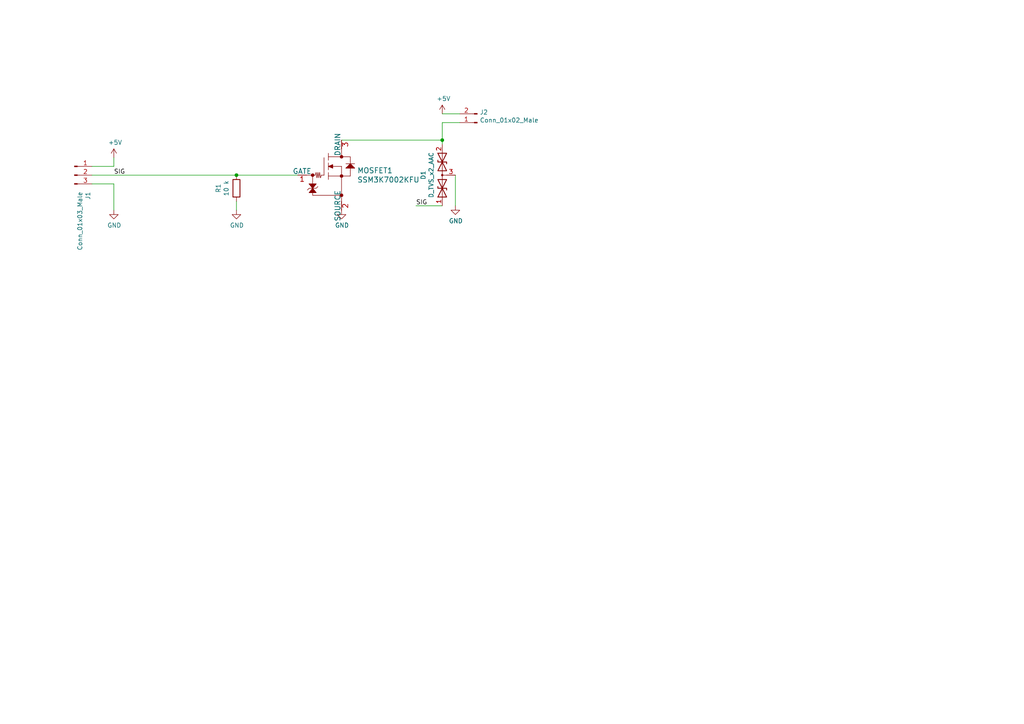
<source format=kicad_sch>
(kicad_sch (version 20210621) (generator eeschema)

  (uuid 244a6027-1ebc-40aa-bd19-88b0c151cda7)

  (paper "A4")

  (lib_symbols
    (symbol "2021-12-24_05-54-00:SSM3K7002KFU" (pin_names (offset 0)) (in_bom yes) (on_board yes)
      (property "Reference" "MOSFET" (id 0) (at 0 0 0)
        (effects (font (size 1.524 1.524)))
      )
      (property "Value" "2021-12-24_05-54-00_SSM3K7002KFU" (id 1) (at 0 0 0)
        (effects (font (size 1.524 1.524)))
      )
      (property "Footprint" "USM_TOS" (id 2) (at 0 0 0)
        (effects (font (size 1.524 1.524)) hide)
      )
      (property "Datasheet" "" (id 3) (at 0 0 0)
        (effects (font (size 1.524 1.524)))
      )
      (property "ki_locked" "" (id 4) (at 0 0 0)
        (effects (font (size 1.27 1.27)))
      )
      (property "ki_fp_filters" "USM_TOS USM_TOS-M USM_TOS-L" (id 5) (at 0 0 0)
        (effects (font (size 1.27 1.27)) hide)
      )
      (symbol "SSM3K7002KFU_1_1"
        (polyline
          (pts
            (xy 0 -7.62)
            (xy 2.54 -7.62)
          )
          (stroke (width 0.1524) (type default) (color 0 0 0 0))
          (fill (type none))
        )
        (polyline
          (pts
            (xy 0.762 -12.7)
            (xy 2.794 -12.7)
          )
          (stroke (width 0.1524) (type default) (color 0 0 0 0))
          (fill (type none))
        )
        (polyline
          (pts
            (xy 0.762 -11.43)
            (xy 0.254 -11.938)
          )
          (stroke (width 0.1524) (type default) (color 0 0 0 0))
          (fill (type none))
        )
        (polyline
          (pts
            (xy 0.762 -11.43)
            (xy 2.794 -11.43)
          )
          (stroke (width 0.1524) (type default) (color 0 0 0 0))
          (fill (type none))
        )
        (polyline
          (pts
            (xy 0.762 -10.16)
            (xy 1.778 -11.43)
          )
          (stroke (width 0.1524) (type default) (color 0 0 0 0))
          (fill (type none))
        )
        (polyline
          (pts
            (xy 1.778 -13.462)
            (xy 10.16 -13.462)
          )
          (stroke (width 0.1524) (type default) (color 0 0 0 0))
          (fill (type none))
        )
        (polyline
          (pts
            (xy 1.778 -12.7)
            (xy 1.778 -13.462)
          )
          (stroke (width 0.1524) (type default) (color 0 0 0 0))
          (fill (type none))
        )
        (polyline
          (pts
            (xy 1.778 -11.43)
            (xy 0.762 -12.7)
          )
          (stroke (width 0.1524) (type default) (color 0 0 0 0))
          (fill (type none))
        )
        (polyline
          (pts
            (xy 1.778 -11.43)
            (xy 2.794 -10.16)
          )
          (stroke (width 0.1524) (type default) (color 0 0 0 0))
          (fill (type none))
        )
        (polyline
          (pts
            (xy 1.778 -7.62)
            (xy 1.778 -10.16)
          )
          (stroke (width 0.1524) (type default) (color 0 0 0 0))
          (fill (type none))
        )
        (polyline
          (pts
            (xy 2.794 -12.7)
            (xy 1.778 -11.43)
          )
          (stroke (width 0.1524) (type default) (color 0 0 0 0))
          (fill (type none))
        )
        (polyline
          (pts
            (xy 2.794 -11.43)
            (xy 3.302 -10.922)
          )
          (stroke (width 0.1524) (type default) (color 0 0 0 0))
          (fill (type none))
        )
        (polyline
          (pts
            (xy 2.794 -10.16)
            (xy 0.762 -10.16)
          )
          (stroke (width 0.1524) (type default) (color 0 0 0 0))
          (fill (type none))
        )
        (polyline
          (pts
            (xy 2.794 -6.858)
            (xy 2.54 -7.62)
          )
          (stroke (width 0.1524) (type default) (color 0 0 0 0))
          (fill (type none))
        )
        (polyline
          (pts
            (xy 3.048 -8.382)
            (xy 2.794 -6.858)
          )
          (stroke (width 0.1524) (type default) (color 0 0 0 0))
          (fill (type none))
        )
        (polyline
          (pts
            (xy 3.302 -6.858)
            (xy 3.048 -8.382)
          )
          (stroke (width 0.1524) (type default) (color 0 0 0 0))
          (fill (type none))
        )
        (polyline
          (pts
            (xy 3.556 -8.382)
            (xy 3.302 -6.858)
          )
          (stroke (width 0.1524) (type default) (color 0 0 0 0))
          (fill (type none))
        )
        (polyline
          (pts
            (xy 3.81 -6.858)
            (xy 3.556 -8.382)
          )
          (stroke (width 0.1524) (type default) (color 0 0 0 0))
          (fill (type none))
        )
        (polyline
          (pts
            (xy 4.064 -8.382)
            (xy 3.81 -6.858)
          )
          (stroke (width 0.1524) (type default) (color 0 0 0 0))
          (fill (type none))
        )
        (polyline
          (pts
            (xy 4.318 -7.62)
            (xy 4.064 -8.382)
          )
          (stroke (width 0.1524) (type default) (color 0 0 0 0))
          (fill (type none))
        )
        (polyline
          (pts
            (xy 5.08 -7.62)
            (xy 4.318 -7.62)
          )
          (stroke (width 0.1524) (type default) (color 0 0 0 0))
          (fill (type none))
        )
        (polyline
          (pts
            (xy 5.08 -7.62)
            (xy 5.08 -2.54)
          )
          (stroke (width 0.1524) (type default) (color 0 0 0 0))
          (fill (type none))
        )
        (polyline
          (pts
            (xy 6.35 -8.89)
            (xy 6.35 -6.858)
          )
          (stroke (width 0.1524) (type default) (color 0 0 0 0))
          (fill (type none))
        )
        (polyline
          (pts
            (xy 6.35 -7.874)
            (xy 12.7 -7.874)
          )
          (stroke (width 0.1524) (type default) (color 0 0 0 0))
          (fill (type none))
        )
        (polyline
          (pts
            (xy 6.35 -6.096)
            (xy 6.35 -4.064)
          )
          (stroke (width 0.1524) (type default) (color 0 0 0 0))
          (fill (type none))
        )
        (polyline
          (pts
            (xy 6.35 -5.08)
            (xy 7.62 -4.572)
          )
          (stroke (width 0.1524) (type default) (color 0 0 0 0))
          (fill (type none))
        )
        (polyline
          (pts
            (xy 6.35 -3.302)
            (xy 6.35 -1.27)
          )
          (stroke (width 0.1524) (type default) (color 0 0 0 0))
          (fill (type none))
        )
        (polyline
          (pts
            (xy 7.62 -5.588)
            (xy 6.35 -5.08)
          )
          (stroke (width 0.1524) (type default) (color 0 0 0 0))
          (fill (type none))
        )
        (polyline
          (pts
            (xy 7.62 -5.08)
            (xy 10.16 -5.08)
          )
          (stroke (width 0.1524) (type default) (color 0 0 0 0))
          (fill (type none))
        )
        (polyline
          (pts
            (xy 7.62 -4.572)
            (xy 7.62 -5.588)
          )
          (stroke (width 0.1524) (type default) (color 0 0 0 0))
          (fill (type none))
        )
        (polyline
          (pts
            (xy 10.16 -5.08)
            (xy 10.16 -15.24)
          )
          (stroke (width 0.1524) (type default) (color 0 0 0 0))
          (fill (type none))
        )
        (polyline
          (pts
            (xy 10.16 0)
            (xy 10.16 -2.286)
          )
          (stroke (width 0.1524) (type default) (color 0 0 0 0))
          (fill (type none))
        )
        (polyline
          (pts
            (xy 11.43 -5.588)
            (xy 13.97 -5.588)
          )
          (stroke (width 0.1524) (type default) (color 0 0 0 0))
          (fill (type none))
        )
        (polyline
          (pts
            (xy 11.43 -4.318)
            (xy 13.97 -4.318)
          )
          (stroke (width 0.1524) (type default) (color 0 0 0 0))
          (fill (type none))
        )
        (polyline
          (pts
            (xy 12.7 -7.874)
            (xy 12.7 -5.588)
          )
          (stroke (width 0.1524) (type default) (color 0 0 0 0))
          (fill (type none))
        )
        (polyline
          (pts
            (xy 12.7 -4.318)
            (xy 11.43 -5.588)
          )
          (stroke (width 0.1524) (type default) (color 0 0 0 0))
          (fill (type none))
        )
        (polyline
          (pts
            (xy 12.7 -4.318)
            (xy 12.7 -2.286)
          )
          (stroke (width 0.1524) (type default) (color 0 0 0 0))
          (fill (type none))
        )
        (polyline
          (pts
            (xy 12.7 -2.286)
            (xy 6.35 -2.286)
          )
          (stroke (width 0.1524) (type default) (color 0 0 0 0))
          (fill (type none))
        )
        (polyline
          (pts
            (xy 13.97 -5.588)
            (xy 12.7 -4.318)
          )
          (stroke (width 0.1524) (type default) (color 0 0 0 0))
          (fill (type none))
        )
        (polyline
          (pts
            (xy 7.62 -4.572)
            (xy 6.35 -5.08)
            (xy 7.62 -5.588)
            (xy 7.62 -4.572)
          )
          (stroke (width 0) (type default) (color 0 0 0 0))
          (fill (type outline))
        )
        (polyline
          (pts
            (xy 12.7 -4.318)
            (xy 11.43 -5.588)
            (xy 13.97 -5.588)
            (xy 12.7 -4.318)
          )
          (stroke (width 0) (type default) (color 0 0 0 0))
          (fill (type outline))
        )
        (polyline
          (pts
            (xy 0.762 -10.16)
            (xy 1.778 -11.43)
            (xy 0.762 -12.7)
            (xy 2.794 -12.7)
            (xy 1.778 -11.43)
            (xy 2.794 -10.16)
            (xy 0.762 -10.16)
          )
          (stroke (width 0) (type default) (color 0 0 0 0))
          (fill (type outline))
        )
        (circle (center 1.778 -7.62) (radius 0.254) (stroke (width 0.508))           (stroke (width 0.508) (type default) (color 0 0 0 0))
          (fill (type none))
        )
        (circle (center 10.16 -13.462) (radius 0.254) (stroke (width 0.508))           (stroke (width 0.508) (type default) (color 0 0 0 0))
          (fill (type none))
        )
        (circle (center 10.16 -7.874) (radius 0.254) (stroke (width 0.508))           (stroke (width 0.508) (type default) (color 0 0 0 0))
          (fill (type none))
        )
        (circle (center 10.16 -2.286) (radius 0.254) (stroke (width 0.508))           (stroke (width 0.508) (type default) (color 0 0 0 0))
          (fill (type none))
        )
        (pin unspecified line (at -2.54 -7.62 0) (length 2.54)
          (name "GATE" (effects (font (size 1.4986 1.4986))))
          (number "1" (effects (font (size 1.4986 1.4986))))
        )
        (pin unspecified line (at 10.16 -17.78 90) (length 2.54)
          (name "SOURCE" (effects (font (size 1.4986 1.4986))))
          (number "2" (effects (font (size 1.4986 1.4986))))
        )
        (pin unspecified line (at 10.16 2.54 270) (length 2.54)
          (name "DRAIN" (effects (font (size 1.4986 1.4986))))
          (number "3" (effects (font (size 1.4986 1.4986))))
        )
      )
    )
    (symbol "Connector:Conn_01x02_Male" (pin_names (offset 1.016) hide) (in_bom yes) (on_board yes)
      (property "Reference" "J" (id 0) (at 0 2.54 0)
        (effects (font (size 1.27 1.27)))
      )
      (property "Value" "Conn_01x02_Male" (id 1) (at 0 -5.08 0)
        (effects (font (size 1.27 1.27)))
      )
      (property "Footprint" "" (id 2) (at 0 0 0)
        (effects (font (size 1.27 1.27)) hide)
      )
      (property "Datasheet" "~" (id 3) (at 0 0 0)
        (effects (font (size 1.27 1.27)) hide)
      )
      (property "ki_keywords" "connector" (id 4) (at 0 0 0)
        (effects (font (size 1.27 1.27)) hide)
      )
      (property "ki_description" "Generic connector, single row, 01x02, script generated (kicad-library-utils/schlib/autogen/connector/)" (id 5) (at 0 0 0)
        (effects (font (size 1.27 1.27)) hide)
      )
      (property "ki_fp_filters" "Connector*:*_1x??_*" (id 6) (at 0 0 0)
        (effects (font (size 1.27 1.27)) hide)
      )
      (symbol "Conn_01x02_Male_1_1"
        (polyline
          (pts
            (xy 1.27 -2.54)
            (xy 0.8636 -2.54)
          )
          (stroke (width 0.1524) (type default) (color 0 0 0 0))
          (fill (type none))
        )
        (polyline
          (pts
            (xy 1.27 0)
            (xy 0.8636 0)
          )
          (stroke (width 0.1524) (type default) (color 0 0 0 0))
          (fill (type none))
        )
        (rectangle (start 0.8636 -2.413) (end 0 -2.667)
          (stroke (width 0.1524) (type default) (color 0 0 0 0))
          (fill (type outline))
        )
        (rectangle (start 0.8636 0.127) (end 0 -0.127)
          (stroke (width 0.1524) (type default) (color 0 0 0 0))
          (fill (type outline))
        )
        (pin passive line (at 5.08 0 180) (length 3.81)
          (name "Pin_1" (effects (font (size 1.27 1.27))))
          (number "1" (effects (font (size 1.27 1.27))))
        )
        (pin passive line (at 5.08 -2.54 180) (length 3.81)
          (name "Pin_2" (effects (font (size 1.27 1.27))))
          (number "2" (effects (font (size 1.27 1.27))))
        )
      )
    )
    (symbol "Connector:Conn_01x03_Male" (pin_names (offset 1.016) hide) (in_bom yes) (on_board yes)
      (property "Reference" "J" (id 0) (at 0 5.08 0)
        (effects (font (size 1.27 1.27)))
      )
      (property "Value" "Conn_01x03_Male" (id 1) (at 0 -5.08 0)
        (effects (font (size 1.27 1.27)))
      )
      (property "Footprint" "" (id 2) (at 0 0 0)
        (effects (font (size 1.27 1.27)) hide)
      )
      (property "Datasheet" "~" (id 3) (at 0 0 0)
        (effects (font (size 1.27 1.27)) hide)
      )
      (property "ki_keywords" "connector" (id 4) (at 0 0 0)
        (effects (font (size 1.27 1.27)) hide)
      )
      (property "ki_description" "Generic connector, single row, 01x03, script generated (kicad-library-utils/schlib/autogen/connector/)" (id 5) (at 0 0 0)
        (effects (font (size 1.27 1.27)) hide)
      )
      (property "ki_fp_filters" "Connector*:*_1x??_*" (id 6) (at 0 0 0)
        (effects (font (size 1.27 1.27)) hide)
      )
      (symbol "Conn_01x03_Male_1_1"
        (polyline
          (pts
            (xy 1.27 -2.54)
            (xy 0.8636 -2.54)
          )
          (stroke (width 0.1524) (type default) (color 0 0 0 0))
          (fill (type none))
        )
        (polyline
          (pts
            (xy 1.27 0)
            (xy 0.8636 0)
          )
          (stroke (width 0.1524) (type default) (color 0 0 0 0))
          (fill (type none))
        )
        (polyline
          (pts
            (xy 1.27 2.54)
            (xy 0.8636 2.54)
          )
          (stroke (width 0.1524) (type default) (color 0 0 0 0))
          (fill (type none))
        )
        (rectangle (start 0.8636 -2.413) (end 0 -2.667)
          (stroke (width 0.1524) (type default) (color 0 0 0 0))
          (fill (type outline))
        )
        (rectangle (start 0.8636 0.127) (end 0 -0.127)
          (stroke (width 0.1524) (type default) (color 0 0 0 0))
          (fill (type outline))
        )
        (rectangle (start 0.8636 2.667) (end 0 2.413)
          (stroke (width 0.1524) (type default) (color 0 0 0 0))
          (fill (type outline))
        )
        (pin passive line (at 5.08 2.54 180) (length 3.81)
          (name "Pin_1" (effects (font (size 1.27 1.27))))
          (number "1" (effects (font (size 1.27 1.27))))
        )
        (pin passive line (at 5.08 0 180) (length 3.81)
          (name "Pin_2" (effects (font (size 1.27 1.27))))
          (number "2" (effects (font (size 1.27 1.27))))
        )
        (pin passive line (at 5.08 -2.54 180) (length 3.81)
          (name "Pin_3" (effects (font (size 1.27 1.27))))
          (number "3" (effects (font (size 1.27 1.27))))
        )
      )
    )
    (symbol "Device:D_TVS_x2_AAC" (pin_names (offset 1.016) hide) (in_bom yes) (on_board yes)
      (property "Reference" "D" (id 0) (at 0 4.445 0)
        (effects (font (size 1.27 1.27)))
      )
      (property "Value" "Device_D_TVS_x2_AAC" (id 1) (at 0 2.54 0)
        (effects (font (size 1.27 1.27)))
      )
      (property "Footprint" "" (id 2) (at -3.81 0 0)
        (effects (font (size 1.27 1.27)) hide)
      )
      (property "Datasheet" "" (id 3) (at -3.81 0 0)
        (effects (font (size 1.27 1.27)) hide)
      )
      (symbol "D_TVS_x2_AAC_0_0"
        (polyline
          (pts
            (xy 0 -1.27)
            (xy 0 0)
          )
          (stroke (width 0) (type default) (color 0 0 0 0))
          (fill (type none))
        )
      )
      (symbol "D_TVS_x2_AAC_0_1"
        (polyline
          (pts
            (xy -6.35 0)
            (xy 6.35 0)
          )
          (stroke (width 0) (type default) (color 0 0 0 0))
          (fill (type none))
        )
        (polyline
          (pts
            (xy -3.302 1.27)
            (xy -3.81 1.27)
            (xy -3.81 -1.27)
            (xy -4.318 -1.27)
          )
          (stroke (width 0.254) (type default) (color 0 0 0 0))
          (fill (type none))
        )
        (polyline
          (pts
            (xy 4.318 1.27)
            (xy 3.81 1.27)
            (xy 3.81 -1.27)
            (xy 3.302 -1.27)
          )
          (stroke (width 0.254) (type default) (color 0 0 0 0))
          (fill (type none))
        )
        (polyline
          (pts
            (xy -6.35 1.27)
            (xy -1.27 -1.27)
            (xy -1.27 1.27)
            (xy -6.35 -1.27)
            (xy -6.35 1.27)
          )
          (stroke (width 0.254) (type default) (color 0 0 0 0))
          (fill (type none))
        )
        (polyline
          (pts
            (xy 6.35 1.27)
            (xy 1.27 -1.27)
            (xy 1.27 1.27)
            (xy 6.35 -1.27)
            (xy 6.35 1.27)
          )
          (stroke (width 0.254) (type default) (color 0 0 0 0))
          (fill (type none))
        )
        (circle (center 0 0) (radius 0.254) (stroke (width 0))           (stroke (width 0) (type default) (color 0 0 0 0))
          (fill (type outline))
        )
      )
      (symbol "D_TVS_x2_AAC_1_1"
        (pin passive line (at -8.89 0 0) (length 2.54)
          (name "A1" (effects (font (size 1.27 1.27))))
          (number "1" (effects (font (size 1.27 1.27))))
        )
        (pin passive line (at 8.89 0 180) (length 2.54)
          (name "A2" (effects (font (size 1.27 1.27))))
          (number "2" (effects (font (size 1.27 1.27))))
        )
        (pin input line (at 0 -3.81 90) (length 2.54)
          (name "common" (effects (font (size 1.27 1.27))))
          (number "3" (effects (font (size 1.27 1.27))))
        )
      )
    )
    (symbol "Device:R" (pin_numbers hide) (pin_names (offset 0)) (in_bom yes) (on_board yes)
      (property "Reference" "R" (id 0) (at 2.032 0 90)
        (effects (font (size 1.27 1.27)))
      )
      (property "Value" "R" (id 1) (at 0 0 90)
        (effects (font (size 1.27 1.27)))
      )
      (property "Footprint" "" (id 2) (at -1.778 0 90)
        (effects (font (size 1.27 1.27)) hide)
      )
      (property "Datasheet" "~" (id 3) (at 0 0 0)
        (effects (font (size 1.27 1.27)) hide)
      )
      (property "ki_keywords" "R res resistor" (id 4) (at 0 0 0)
        (effects (font (size 1.27 1.27)) hide)
      )
      (property "ki_description" "Resistor" (id 5) (at 0 0 0)
        (effects (font (size 1.27 1.27)) hide)
      )
      (property "ki_fp_filters" "R_*" (id 6) (at 0 0 0)
        (effects (font (size 1.27 1.27)) hide)
      )
      (symbol "R_0_1"
        (rectangle (start -1.016 -2.54) (end 1.016 2.54)
          (stroke (width 0.254) (type default) (color 0 0 0 0))
          (fill (type none))
        )
      )
      (symbol "R_1_1"
        (pin passive line (at 0 3.81 270) (length 1.27)
          (name "~" (effects (font (size 1.27 1.27))))
          (number "1" (effects (font (size 1.27 1.27))))
        )
        (pin passive line (at 0 -3.81 90) (length 1.27)
          (name "~" (effects (font (size 1.27 1.27))))
          (number "2" (effects (font (size 1.27 1.27))))
        )
      )
    )
    (symbol "power:+5V" (power) (pin_names (offset 0)) (in_bom yes) (on_board yes)
      (property "Reference" "#PWR" (id 0) (at 0 -3.81 0)
        (effects (font (size 1.27 1.27)) hide)
      )
      (property "Value" "+5V" (id 1) (at 0 3.556 0)
        (effects (font (size 1.27 1.27)))
      )
      (property "Footprint" "" (id 2) (at 0 0 0)
        (effects (font (size 1.27 1.27)) hide)
      )
      (property "Datasheet" "" (id 3) (at 0 0 0)
        (effects (font (size 1.27 1.27)) hide)
      )
      (property "ki_keywords" "power-flag" (id 4) (at 0 0 0)
        (effects (font (size 1.27 1.27)) hide)
      )
      (property "ki_description" "Power symbol creates a global label with name \"+5V\"" (id 5) (at 0 0 0)
        (effects (font (size 1.27 1.27)) hide)
      )
      (symbol "+5V_0_1"
        (polyline
          (pts
            (xy -0.762 1.27)
            (xy 0 2.54)
          )
          (stroke (width 0) (type default) (color 0 0 0 0))
          (fill (type none))
        )
        (polyline
          (pts
            (xy 0 0)
            (xy 0 2.54)
          )
          (stroke (width 0) (type default) (color 0 0 0 0))
          (fill (type none))
        )
        (polyline
          (pts
            (xy 0 2.54)
            (xy 0.762 1.27)
          )
          (stroke (width 0) (type default) (color 0 0 0 0))
          (fill (type none))
        )
      )
      (symbol "+5V_1_1"
        (pin power_in line (at 0 0 90) (length 0) hide
          (name "+5V" (effects (font (size 1.27 1.27))))
          (number "1" (effects (font (size 1.27 1.27))))
        )
      )
    )
    (symbol "power:GND" (power) (pin_names (offset 0)) (in_bom yes) (on_board yes)
      (property "Reference" "#PWR" (id 0) (at 0 -6.35 0)
        (effects (font (size 1.27 1.27)) hide)
      )
      (property "Value" "GND" (id 1) (at 0 -3.81 0)
        (effects (font (size 1.27 1.27)))
      )
      (property "Footprint" "" (id 2) (at 0 0 0)
        (effects (font (size 1.27 1.27)) hide)
      )
      (property "Datasheet" "" (id 3) (at 0 0 0)
        (effects (font (size 1.27 1.27)) hide)
      )
      (property "ki_keywords" "power-flag" (id 4) (at 0 0 0)
        (effects (font (size 1.27 1.27)) hide)
      )
      (property "ki_description" "Power symbol creates a global label with name \"GND\" , ground" (id 5) (at 0 0 0)
        (effects (font (size 1.27 1.27)) hide)
      )
      (symbol "GND_0_1"
        (polyline
          (pts
            (xy 0 0)
            (xy 0 -1.27)
            (xy 1.27 -1.27)
            (xy 0 -2.54)
            (xy -1.27 -1.27)
            (xy 0 -1.27)
          )
          (stroke (width 0) (type default) (color 0 0 0 0))
          (fill (type none))
        )
      )
      (symbol "GND_1_1"
        (pin power_in line (at 0 0 270) (length 0) hide
          (name "GND" (effects (font (size 1.27 1.27))))
          (number "1" (effects (font (size 1.27 1.27))))
        )
      )
    )
  )

  (junction (at 68.58 50.8) (diameter 0) (color 0 0 0 0))
  (junction (at 128.27 40.64) (diameter 0) (color 0 0 0 0))

  (wire (pts (xy 26.67 48.26) (xy 33.02 48.26))
    (stroke (width 0) (type default) (color 0 0 0 0))
    (uuid a8e0a047-d547-4319-b7aa-a29bdf8b1a9e)
  )
  (wire (pts (xy 26.67 50.8) (xy 68.58 50.8))
    (stroke (width 0) (type default) (color 0 0 0 0))
    (uuid b0a71a8f-9a66-42b9-ab65-39fa99aee8b8)
  )
  (wire (pts (xy 26.67 53.34) (xy 33.02 53.34))
    (stroke (width 0) (type default) (color 0 0 0 0))
    (uuid 83e7d61f-2169-4c9c-9a49-4a699e625062)
  )
  (wire (pts (xy 33.02 48.26) (xy 33.02 45.72))
    (stroke (width 0) (type default) (color 0 0 0 0))
    (uuid 02c84192-4ab0-453c-b868-2698068a7aab)
  )
  (wire (pts (xy 33.02 53.34) (xy 33.02 60.96))
    (stroke (width 0) (type default) (color 0 0 0 0))
    (uuid 41114d9a-42e5-4774-9a55-fde773522db2)
  )
  (wire (pts (xy 68.58 50.8) (xy 86.36 50.8))
    (stroke (width 0) (type default) (color 0 0 0 0))
    (uuid 539340aa-e16b-4e97-879a-8f687fd1a19b)
  )
  (wire (pts (xy 68.58 58.42) (xy 68.58 60.96))
    (stroke (width 0) (type default) (color 0 0 0 0))
    (uuid ce93b315-2b9d-4167-84ed-ca0d7e9862ca)
  )
  (wire (pts (xy 99.06 40.64) (xy 128.27 40.64))
    (stroke (width 0) (type default) (color 0 0 0 0))
    (uuid 747f7163-f00e-4067-a286-5b38653f9a27)
  )
  (wire (pts (xy 128.27 33.02) (xy 133.35 33.02))
    (stroke (width 0) (type default) (color 0 0 0 0))
    (uuid 8bc04251-1d2a-45e1-a418-5e054e841909)
  )
  (wire (pts (xy 128.27 35.56) (xy 128.27 40.64))
    (stroke (width 0) (type default) (color 0 0 0 0))
    (uuid b8e9aefc-a778-483f-b773-3234cba130ac)
  )
  (wire (pts (xy 128.27 35.56) (xy 133.35 35.56))
    (stroke (width 0) (type default) (color 0 0 0 0))
    (uuid 71d92e17-333b-44de-a208-37a486658a7d)
  )
  (wire (pts (xy 128.27 40.64) (xy 128.27 41.91))
    (stroke (width 0) (type default) (color 0 0 0 0))
    (uuid ae2a3b96-a838-42bd-9c58-b926b5f91d1f)
  )
  (wire (pts (xy 128.27 59.69) (xy 120.65 59.69))
    (stroke (width 0) (type default) (color 0 0 0 0))
    (uuid a3f448e4-2501-4138-87c0-3c2007cc380f)
  )
  (wire (pts (xy 132.08 59.69) (xy 132.08 50.8))
    (stroke (width 0) (type default) (color 0 0 0 0))
    (uuid fd8c7ac5-86a0-4cba-a036-8088b900bb6b)
  )

  (label "SIG" (at 33.02 50.8 0)
    (effects (font (size 1.27 1.27)) (justify left bottom))
    (uuid f4a9b231-6d3b-4e07-83ed-c6fd4d86208b)
  )
  (label "SIG" (at 120.65 59.69 0)
    (effects (font (size 1.27 1.27)) (justify left bottom))
    (uuid 3d0ce7d2-c589-49e2-9886-2aeefe2dfa80)
  )

  (symbol (lib_id "power:+5V") (at 33.02 45.72 0) (unit 1)
    (in_bom yes) (on_board yes)
    (uuid 00000000-0000-0000-0000-000061c88149)
    (property "Reference" "#PWR0102" (id 0) (at 33.02 49.53 0)
      (effects (font (size 1.27 1.27)) hide)
    )
    (property "Value" "+5V" (id 1) (at 33.401 41.3258 0))
    (property "Footprint" "" (id 2) (at 33.02 45.72 0)
      (effects (font (size 1.27 1.27)) hide)
    )
    (property "Datasheet" "" (id 3) (at 33.02 45.72 0)
      (effects (font (size 1.27 1.27)) hide)
    )
    (pin "1" (uuid b45de8af-a1c7-49ad-8d83-1be370d93b65))
  )

  (symbol (lib_id "power:+5V") (at 128.27 33.02 0) (unit 1)
    (in_bom yes) (on_board yes)
    (uuid 00000000-0000-0000-0000-000061c9dd77)
    (property "Reference" "#PWR0104" (id 0) (at 128.27 36.83 0)
      (effects (font (size 1.27 1.27)) hide)
    )
    (property "Value" "+5V" (id 1) (at 128.651 28.6258 0))
    (property "Footprint" "" (id 2) (at 128.27 33.02 0)
      (effects (font (size 1.27 1.27)) hide)
    )
    (property "Datasheet" "" (id 3) (at 128.27 33.02 0)
      (effects (font (size 1.27 1.27)) hide)
    )
    (pin "1" (uuid b2ead1a0-2f14-45c0-a1fd-da50514248d6))
  )

  (symbol (lib_id "power:GND") (at 33.02 60.96 0) (unit 1)
    (in_bom yes) (on_board yes)
    (uuid 00000000-0000-0000-0000-000061c87b9f)
    (property "Reference" "#PWR0101" (id 0) (at 33.02 67.31 0)
      (effects (font (size 1.27 1.27)) hide)
    )
    (property "Value" "GND" (id 1) (at 33.147 65.3542 0))
    (property "Footprint" "" (id 2) (at 33.02 60.96 0)
      (effects (font (size 1.27 1.27)) hide)
    )
    (property "Datasheet" "" (id 3) (at 33.02 60.96 0)
      (effects (font (size 1.27 1.27)) hide)
    )
    (pin "1" (uuid 5dddc826-746b-4a07-96c8-1879991c727e))
  )

  (symbol (lib_id "power:GND") (at 68.58 60.96 0) (unit 1)
    (in_bom yes) (on_board yes)
    (uuid 00000000-0000-0000-0000-000061c91688)
    (property "Reference" "#PWR0103" (id 0) (at 68.58 67.31 0)
      (effects (font (size 1.27 1.27)) hide)
    )
    (property "Value" "GND" (id 1) (at 68.707 65.3542 0))
    (property "Footprint" "" (id 2) (at 68.58 60.96 0)
      (effects (font (size 1.27 1.27)) hide)
    )
    (property "Datasheet" "" (id 3) (at 68.58 60.96 0)
      (effects (font (size 1.27 1.27)) hide)
    )
    (pin "1" (uuid fd1e0580-e84e-4867-a659-3690039fb96a))
  )

  (symbol (lib_id "power:GND") (at 99.06 60.96 0) (unit 1)
    (in_bom yes) (on_board yes)
    (uuid 00000000-0000-0000-0000-000061c9e1d5)
    (property "Reference" "#PWR0105" (id 0) (at 99.06 67.31 0)
      (effects (font (size 1.27 1.27)) hide)
    )
    (property "Value" "GND" (id 1) (at 99.187 65.3542 0))
    (property "Footprint" "" (id 2) (at 99.06 60.96 0)
      (effects (font (size 1.27 1.27)) hide)
    )
    (property "Datasheet" "" (id 3) (at 99.06 60.96 0)
      (effects (font (size 1.27 1.27)) hide)
    )
    (pin "1" (uuid a59f4616-992a-4d43-a09b-152108f98d75))
  )

  (symbol (lib_id "power:GND") (at 132.08 59.69 0) (unit 1)
    (in_bom yes) (on_board yes)
    (uuid 00000000-0000-0000-0000-000061ca5749)
    (property "Reference" "#PWR0106" (id 0) (at 132.08 66.04 0)
      (effects (font (size 1.27 1.27)) hide)
    )
    (property "Value" "GND" (id 1) (at 132.207 64.0842 0))
    (property "Footprint" "" (id 2) (at 132.08 59.69 0)
      (effects (font (size 1.27 1.27)) hide)
    )
    (property "Datasheet" "" (id 3) (at 132.08 59.69 0)
      (effects (font (size 1.27 1.27)) hide)
    )
    (pin "1" (uuid c771c258-73ad-4d05-a47e-b1d4883b255e))
  )

  (symbol (lib_id "Connector:Conn_01x02_Male") (at 138.43 35.56 180) (unit 1)
    (in_bom yes) (on_board yes)
    (uuid 00000000-0000-0000-0000-000061c7fa60)
    (property "Reference" "J2" (id 0) (at 139.1412 32.5628 0)
      (effects (font (size 1.27 1.27)) (justify right))
    )
    (property "Value" "Conn_01x02_Male" (id 1) (at 139.1412 34.8742 0)
      (effects (font (size 1.27 1.27)) (justify right))
    )
    (property "Footprint" "Connector_PinSocket_2.54mm:PinSocket_1x02_P2.54mm_Vertical" (id 2) (at 138.43 35.56 0)
      (effects (font (size 1.27 1.27)) hide)
    )
    (property "Datasheet" "~" (id 3) (at 138.43 35.56 0)
      (effects (font (size 1.27 1.27)) hide)
    )
    (pin "1" (uuid c0f2c95b-5655-4689-8d25-9945c61882d3))
    (pin "2" (uuid c312e8ab-1e8c-4aa6-b524-76c28d1d703d))
  )

  (symbol (lib_id "Device:R") (at 68.58 54.61 180) (unit 1)
    (in_bom yes) (on_board yes)
    (uuid 00000000-0000-0000-0000-000061c31985)
    (property "Reference" "R1" (id 0) (at 63.3222 54.61 90))
    (property "Value" "10 k" (id 1) (at 65.6336 54.61 90))
    (property "Footprint" "Resistor_SMD:R_0805_2012Metric_Pad1.20x1.40mm_HandSolder" (id 2) (at 70.358 54.61 90)
      (effects (font (size 1.27 1.27)) hide)
    )
    (property "Datasheet" "~" (id 3) (at 68.58 54.61 0)
      (effects (font (size 1.27 1.27)) hide)
    )
    (pin "1" (uuid ad37f314-3328-4e1a-a77c-2776c087a5f6))
    (pin "2" (uuid 7e211fff-c1c7-4f76-9a43-4f301def13d5))
  )

  (symbol (lib_id "Connector:Conn_01x03_Male") (at 21.59 50.8 0) (unit 1)
    (in_bom yes) (on_board yes)
    (uuid 00000000-0000-0000-0000-000061c76832)
    (property "Reference" "J1" (id 0) (at 25.5016 55.5752 90)
      (effects (font (size 1.27 1.27)) (justify right))
    )
    (property "Value" "Conn_01x03_Male" (id 1) (at 23.1902 55.5752 90)
      (effects (font (size 1.27 1.27)) (justify right))
    )
    (property "Footprint" "Connector_PinSocket_2.54mm:PinSocket_1x03_P2.54mm_Vertical" (id 2) (at 21.59 50.8 0)
      (effects (font (size 1.27 1.27)) hide)
    )
    (property "Datasheet" "~" (id 3) (at 21.59 50.8 0)
      (effects (font (size 1.27 1.27)) hide)
    )
    (pin "1" (uuid 66809f8e-574c-471a-84f5-c0ef86d9ad06))
    (pin "2" (uuid dda23eb0-65c7-4d11-a88e-45b1d261e708))
    (pin "3" (uuid c77a2061-b02b-42bc-a853-28131153b430))
  )

  (symbol (lib_id "Device:D_TVS_x2_AAC") (at 128.27 50.8 90) (unit 1)
    (in_bom yes) (on_board yes)
    (uuid 00000000-0000-0000-0000-000061ca1ccd)
    (property "Reference" "D1" (id 0) (at 122.7582 50.8 0))
    (property "Value" "D_TVS_x2_AAC" (id 1) (at 125.0696 50.8 0))
    (property "Footprint" "Package_TO_SOT_SMD:SOT-723" (id 2) (at 128.27 54.61 0)
      (effects (font (size 1.27 1.27)) hide)
    )
    (property "Datasheet" "~" (id 3) (at 128.27 54.61 0)
      (effects (font (size 1.27 1.27)) hide)
    )
    (pin "1" (uuid 9a6274d0-7657-4dec-9e2e-e10b9d445669))
    (pin "2" (uuid e694ed13-b4ce-4d21-9167-b87d7771a284))
    (pin "3" (uuid b21c3592-8847-4129-9fed-8ebb520cbb8d))
  )

  (symbol (lib_id "2021-12-24_05-54-00:SSM3K7002KFU") (at 88.9 43.18 0) (unit 1)
    (in_bom yes) (on_board yes)
    (uuid 00000000-0000-0000-0000-000061c97e2b)
    (property "Reference" "MOSFET1" (id 0) (at 103.5812 49.4538 0)
      (effects (font (size 1.524 1.524)) (justify left))
    )
    (property "Value" "SSM3K7002KFU" (id 1) (at 103.5812 52.1462 0)
      (effects (font (size 1.524 1.524)) (justify left))
    )
    (property "Footprint" "footprints:SSM3K7002KFU" (id 2) (at 88.9 43.18 0)
      (effects (font (size 1.524 1.524)) hide)
    )
    (property "Datasheet" "" (id 3) (at 88.9 43.18 0)
      (effects (font (size 1.524 1.524)))
    )
    (pin "1" (uuid 9cb2b998-98dc-49b1-ba5e-f79eb8b9c726))
    (pin "2" (uuid 84975253-19a5-474f-9b27-5a7f99de116c))
    (pin "3" (uuid 5b36c404-b01c-43a0-9c68-8ab20aee4caa))
  )

  (sheet_instances
    (path "/" (page "1"))
  )

  (symbol_instances
    (path "/00000000-0000-0000-0000-000061c87b9f"
      (reference "#PWR0101") (unit 1) (value "GND") (footprint "")
    )
    (path "/00000000-0000-0000-0000-000061c88149"
      (reference "#PWR0102") (unit 1) (value "+5V") (footprint "")
    )
    (path "/00000000-0000-0000-0000-000061c91688"
      (reference "#PWR0103") (unit 1) (value "GND") (footprint "")
    )
    (path "/00000000-0000-0000-0000-000061c9dd77"
      (reference "#PWR0104") (unit 1) (value "+5V") (footprint "")
    )
    (path "/00000000-0000-0000-0000-000061c9e1d5"
      (reference "#PWR0105") (unit 1) (value "GND") (footprint "")
    )
    (path "/00000000-0000-0000-0000-000061ca5749"
      (reference "#PWR0106") (unit 1) (value "GND") (footprint "")
    )
    (path "/00000000-0000-0000-0000-000061ca1ccd"
      (reference "D1") (unit 1) (value "D_TVS_x2_AAC") (footprint "Package_TO_SOT_SMD:SOT-723")
    )
    (path "/00000000-0000-0000-0000-000061c76832"
      (reference "J1") (unit 1) (value "Conn_01x03_Male") (footprint "Connector_PinSocket_2.54mm:PinSocket_1x03_P2.54mm_Vertical")
    )
    (path "/00000000-0000-0000-0000-000061c7fa60"
      (reference "J2") (unit 1) (value "Conn_01x02_Male") (footprint "Connector_PinSocket_2.54mm:PinSocket_1x02_P2.54mm_Vertical")
    )
    (path "/00000000-0000-0000-0000-000061c97e2b"
      (reference "MOSFET1") (unit 1) (value "SSM3K7002KFU") (footprint "footprints:SSM3K7002KFU")
    )
    (path "/00000000-0000-0000-0000-000061c31985"
      (reference "R1") (unit 1) (value "10 k") (footprint "Resistor_SMD:R_0805_2012Metric_Pad1.20x1.40mm_HandSolder")
    )
  )
)

</source>
